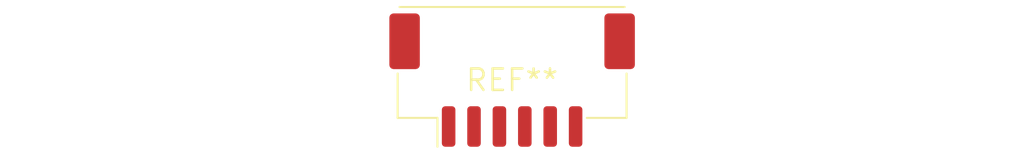
<source format=kicad_pcb>
(kicad_pcb (version 20240108) (generator pcbnew)
  (layers (0 "F.Cu" signal) (31 "B.Cu" signal) (34 "B.Paste" user) (35 "F.Paste" user) (36 "B.SilkS" user "B.Silkscreen") (37 "F.SilkS" user "F.Silkscreen") (38 "B.Mask" user) (39 "F.Mask" user) (44 "Edge.Cuts" user))
  (net 0 "")
  (footprint "Molex_CLIK-Mate_505405-0670_1x06-1MP_P1.50mm_Vertical" (layer "F.Cu") (at 0 0)
    (property "Reference" "REF**")
    (property "Value" "Molex_CLIK-Mate_505405-0670_1x06-1MP_P1.50mm_Vertical")
    (fp_line (start -6.76 -0.39) (end -6.76 2.24) (layer "F.SilkS") (stroke (width 0.12)))
    (fp_line (start -6.76 2.24) (end -4.41 2.24) (layer "F.SilkS") (stroke (width 0.12)))
    (fp_line (start -6.65 -4.33) (end 6.65 -4.33) (layer "F.SilkS") (stroke (width 0.12)))
    (fp_line (start -4.41 2.24) (end -4.41 3.95) (layer "F.SilkS") (stroke (width 0.12)))
    (fp_line (start 6.76 -0.39) (end 6.76 2.24) (layer "F.SilkS") (stroke (width 0.12)))
    (fp_line (start 6.76 2.24) (end 4.41 2.24) (layer "F.SilkS") (stroke (width 0.12)))
    (pad "1" smd roundrect (at -3.75 2.75) (size 0.8 2.4) (layers "F.Cu" "F.Paste" "F.Mask"))
    (pad "2" smd roundrect (at -2.25 2.75) (size 0.8 2.4) (layers "F.Cu" "F.Paste" "F.Mask"))
    (pad "3" smd roundrect (at -0.75 2.75) (size 0.8 2.4) (layers "F.Cu" "F.Paste" "F.Mask"))
    (pad "4" smd roundrect (at 0.75 2.75) (size 0.8 2.4) (layers "F.Cu" "F.Paste" "F.Mask"))
    (pad "5" smd roundrect (at 2.25 2.75) (size 0.8 2.4) (layers "F.Cu" "F.Paste" "F.Mask"))
    (pad "6" smd roundrect (at 3.75 2.75) (size 0.8 2.4) (layers "F.Cu" "F.Paste" "F.Mask"))
    (pad "MP" smd roundrect (at -6.35 -2.3) (size 1.8 3.3) (layers "F.Cu" "F.Paste" "F.Mask") (roundrect_rratio 0.138889))
    (pad "MP" smd roundrect (at 6.35 -2.3) (size 1.8 3.3) (layers "F.Cu" "F.Paste" "F.Mask") (roundrect_rratio 0.138889))
  )
)
</source>
